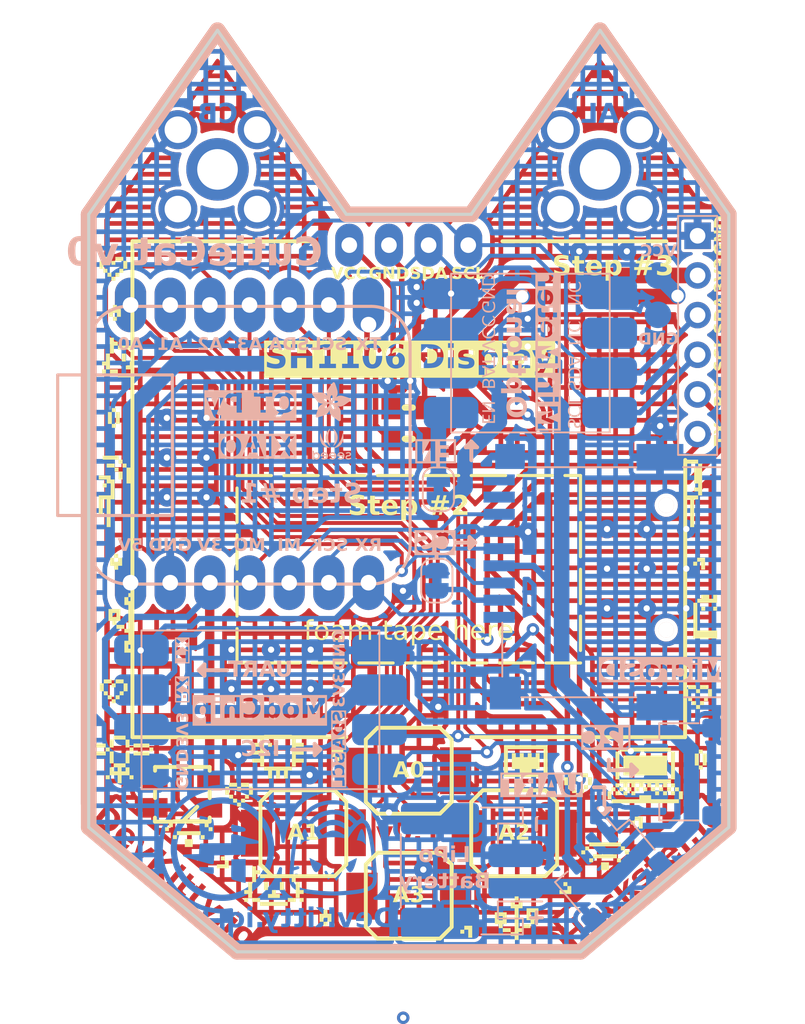
<source format=kicad_pcb>
(kicad_pcb (version 20221018) (generator pcbnew)
  (layers (0 "F.Cu" signal) (31 "B.Cu" signal) (34 "B.Paste" user) (35 "F.Paste" user) (36 "B.SilkS" user "B.Silkscreen") (37 "F.SilkS" user "F.Silkscreen") (38 "B.Mask" user) (39 "F.Mask" user) (44 "Edge.Cuts" user))
  (net 0 "")
  (net 1 "SDA")
  (net 2 "SCL")
  (net 3 "GND")
  (net 4 "+3V3")
  (net 7 "VBAT")
  (net 8 "Net-(JP2-B)")
  (net 9 "Net-(JP1-B)")
  (net 10 "UP_BTN")
  (net 11 "DN_BTN")
  (net 12 "LT_BTN")
  (net 13 "RT_BTN")
  (net 14 "MCU_TX")
  (net 15 "SCK")
  (net 16 "MISO")
  (net 17 "MOSI")
  (net 18 "VCC")
  (net 19 "MCU_RX")
  (net 24 "Net-(U2-VCC)")
  (net 25 "Net-(U2-GND)")
  (footprint "LOGO" (layer "F.Cu") (at -8.375 16.1)
    (fp_text reference "G***" hide)
    (fp_text value "LOGO" hide)
  )
  (footprint "LOGO" (layer "F.Cu") (at 15.146 17.299)
    (fp_text reference "G***" hide)
    (fp_text value "LOGO" hide)
  )
  (footprint "LOGO" (layer "F.Cu") (at 7.493 16.383)
    (fp_text reference "G***" hide)
    (fp_text value "LOGO" hide)
  )
  (footprint "LOGO" (layer "F.Cu") (at -5.334 26.416)
    (fp_text reference "G***" hide)
    (fp_text value "LOGO" hide)
  )
  (footprint "LOGO" (layer "F.Cu") (at -18.47 7.535)
    (fp_text reference "G***" hide)
    (fp_text value "LOGO" hide)
  )
  (footprint "LOGO" (layer "F.Cu") (at -18.52 16.275)
    (fp_text reference "G***" hide)
    (fp_text value "LOGO" hide)
  )
  (footprint "LOGO" (layer "F.Cu") (at -18.92 -15.135)
    (fp_text reference "G***" hide)
    (fp_text value "LOGO" hide)
  )
  (footprint "Wardriver-Footprints:Smol" (layer "F.Cu") (at 6.75 21 180)
    (fp_text reference "SW4" hide)
    (fp_text value "Right")
  )
  (footprint "LOGO" (layer "F.Cu") (at -14.09 20.995)
    (fp_text reference "G***" hide)
    (fp_text value "LOGO" hide)
  )
  (footprint "LOGO" (layer "F.Cu") (at -18.82 -12.315)
    (fp_text reference "G***" hide)
    (fp_text value "LOGO" hide)
  )
  (footprint "LOGO" (layer "F.Cu") (at -17.7425 -9.455)
    (fp_text reference "G***" hide)
    (fp_text value "LOGO" hide)
  )
  (footprint "LOGO" (layer "F.Cu") (at 18.702 16.283)
    (fp_text reference "G***" hide)
    (fp_text value "LOGO" hide)
  )
  (footprint "LOGO" (layer "F.Cu") (at 18.53 12.285)
    (fp_text reference "G***" hide)
    (fp_text value "LOGO" hide)
  )
  (footprint "Wardriver-Footprints:Smol" (layer "F.Cu") (at 0 25 180)
    (fp_text reference "SW2" hide)
    (fp_text value "Down")
  )
  (footprint "LOGO" (layer "F.Cu") (at -18.74 3.625 180)
    (fp_text reference "G***" hide)
    (fp_text value "LOGO" hide)
  )
  (footprint "LOGO" (layer "F.Cu") (at 10.033 24.511)
    (fp_text reference "G***" hide)
    (fp_text value "LOGO" hide)
  )
  (footprint "LOGO" (layer "F.Cu") (at -18.84 -0.885)
    (fp_text reference "G***" hide)
    (fp_text value "LOGO" hide)
  )
  (footprint "LOGO" (layer "F.Cu") (at 6.9088 26.4414)
    (fp_text reference "G***" hide)
    (fp_text value "LOGO" hide)
  )
  (footprint "clipboard:4c8db4ee-6549-4df2-843f-e4db1e68e004" (layer "F.Cu") (at 21.95 -15.915)
    (fp_text reference "")
    (fp_text value "")
  )
  (footprint "LOGO" (layer "F.Cu") (at 12.573 22.479)
    (fp_text reference "G***" hide)
    (fp_text value "LOGO" hide)
  )
  (footprint "LOGO" (layer "F.Cu") (at -4.572 16.002 180)
    (fp_text reference "G***" hide)
    (fp_text value "LOGO" hide)
  )
  (footprint "Jumper:SolderJumper-2_P1.3mm_Bridged_Pad1.0x1.5mm" (layer "F.Cu") (at 0 -5.25 90)
    (fp_text reference "U6" hide)
    (fp_text value "~")
  )
  (footprint "LOGO" (layer "F.Cu") (at -18.9 11.915)
    (fp_text reference "G***" hide)
    (fp_text value "LOGO" hide)
  )
  (footprint "LOGO" (layer "F.Cu") (at 18.6 3.745 90)
    (fp_text reference "G***" hide)
    (fp_text value "LOGO" hide)
  )
  (footprint "LOGO" (layer "F.Cu") (at 10.84 17.925)
    (fp_text reference "G***" hide)
    (fp_text value "LOGO" hide)
  )
  (footprint "LED_SMD:LED_SK6812MINI_PLCC4_3.5x3.5mm_P1.75mm" (layer "F.Cu") (at -14.5 18.5)
    (fp_text reference "D1" hide)
    (fp_text value "SK6812MINI")
  )
  (footprint "Nugget-Modules:SH1106" (layer "F.Cu") (at 0 -1.9)
    (fp_text reference "U2" hide)
    (fp_text value "SH1106 OLED")
  )
  (footprint "LOGO" (layer "F.Cu") (at -10.87 18.535)
    (fp_text reference "G***" hide)
    (fp_text value "LOGO" hide)
  )
  (footprint "LOGO" (layer "F.Cu") (at 3.683 27.305 90)
    (fp_text reference "G***" hide)
    (fp_text value "LOGO" hide)
  )
  (footprint "Wardriver-Footprints:Smol" (layer "F.Cu") (at 0 17 180)
    (fp_text reference "SW1" hide)
    (fp_text value "Up")
  )
  (footprint "LOGO" (layer "F.Cu") (at -18.89 -5.585)
    (fp_text reference "G***" hide)
    (fp_text value "LOGO" hide)
  )
  (footprint "LOGO" (layer "F.Cu") (at 14.605 20.32 90)
    (fp_text reference "G***" hide)
    (fp_text value "LOGO" hide)
  )
  (footprint "Wardriver-Footprints:Smol" (layer "F.Cu") (at -6.75 21)
    (fp_text reference "SW3" hide)
    (fp_text value "Left")
  )
  (footprint "LOGO" (layer "F.Cu") (at 18.99 7.135)
    (fp_text reference "G***" hide)
    (fp_text value "LOGO" hide)
  )
  (footprint "LOGO" (layer "F.Cu") (at -11.91 22.865)
    (fp_text reference "G***" hide)
    (fp_text value "LOGO" hide)
  )
  (footprint "LOGO" (layer "F.Cu") (at 17.9005 -0.755)
    (fp_text reference "G***" hide)
    (fp_text value "LOGO" hide)
  )
  (footprint "LOGO" (layer "F.Cu") (at -8.636 24.384)
    (fp_text reference "G***" hide)
    (fp_text value "LOGO" hide)
  )
  (footprint "Connector_JST:JST_SH_SM04B-SRSS-TB_1x04-1MP_P1.00mm_Horizontal" (layer "B.Cu") (at 12.9 23.5 -140)
    (fp_text reference "J4" hide)
    (fp_text value "Conn_01x04_MountingPin" hide)
  )
  (footprint "Jumper:SolderJumper-2_P1.3mm_Bridged_RoundedPad1.0x1.5mm" (layer "B.Cu") (at 1.8 4.835 -90)
    (fp_text reference "JP1" hide)
    (fp_text value "Jumper")
  )
  (footprint "LOGO" (layer "B.Cu") (at -11.930953 22.018641 180)
    (fp_text reference "G***" hide)
    (fp_text value "LOGO" hide)
  )
  (footprint "Connector_JST:JST_SH_SM04B-SRSS-TB_1x04-1MP_P1.00mm_Horizontal" (layer "B.Cu") (at 17.83 17.07 -90)
    (fp_text reference "J5" hide)
    (fp_text value "Conn_01x04_MountingPin" hide)
  )
  (footprint "Wardriver-Footprints:MOUDLE14P-SMD-2.54-21X17.8MM" (layer "B.Cu") (at -10.2 -3.84 90)
    (fp_text reference "U1" hide)
    (fp_text value "~" hide)
  )
  (footprint "Connector_PinSocket_2.54mm:PinSocket_1x06_P2.54mm_Vertical" (layer "B.Cu") (at 18.5 -17.25 180)
    (fp_text reference "J1" hide)
    (fp_text value "Header" hide)
  )
  (footprint "clipboard:f961fc29-c949-4d2d-849c-141f9608b811" (layer "B.Cu") (at 4.9 0.14 90)
    (fp_text reference "")
    (fp_text value "")
  )
  (footprint "Jumper:SolderJumper-2_P1.3mm_Bridged_RoundedPad1.0x1.5mm" (layer "B.Cu") (at 1.8996 -1.0142 90)
    (fp_text reference "JP2" hide)
    (fp_text value "Jumper")
  )
  (footprint "Connector_Coaxial:SMA_Amphenol_901-144_Vertical" (layer "B.Cu") (at 12.25 -21.5 180)
    (fp_text reference "AE1" hide)
    (fp_text value "Antenna_Shield")
  )
  (footprint "DevKitty-ModChip:DevKitty-ModChip" (layer "B.Cu") (at -9.5 13.1 180)
    (fp_text reference "U4" hide)
    (fp_text value "~")
  )
  (footprint "Connector_JST:JST_PH_S2B-PH-SM4-TB_1x02-1MP_P2.00mm_Horizontal" (layer "B.Cu") (at 4 23.42 90)
    (fp_text reference "J2" hide)
    (fp_text value "LiPo")
  )
  (footprint "PicoCharge:MiniMeter" (layer "B.Cu") (at 7.79 -9.74 -90)
    (fp_text reference "U3" hide)
    (fp_text value "~")
  )
  (footprint "Wardriver-Footprints:MicroSD" (layer "B.Cu") (at 5.99 4.93 -90)
    (fp_text reference "U5" hide)
    (fp_text value "MicroSD Card" hide)
  )
  (footprint "LOGO" (layer "B.Cu") (at -11.930953 22.018641 180)
    (fp_text reference "G***" hide)
    (fp_text value "LOGO" hide)
  )
  (footprint "Connector_Coaxial:SMA_Amphenol_901-144_Vertical" (layer "B.Cu") (at -12.25 -21.5 180)
    (fp_text reference "AE2" hide)
    (fp_text value "Antenna_Shield")
  )
  (footprint "LOGO" (layer "B.Cu") (at -4.84 21.94 180)
    (fp_text reference "Gf" hide)
    (fp_text value "LOGO" hide)
  )
  (gr_line (start 20.5 19.1232) (end 20.5 -2.12317) (stroke (width 1)) (layer "F.Cu"))
  (gr_line (start 12.25 -30.4054) (end 19.3528 -20.2615) (stroke (width 1)) (layer "F.Cu"))
  (gr_line (start -20.5 19.1232) (end -20.5 -18.6232) (stroke (width 1)) (layer "F.Cu"))
  (gr_line (start -12.25 -30.4054) (end -4 -18.6232) (stroke (width 1)) (layer "F.Cu"))
  (gr_line (start -12.25 -30.4054) (end -20.5 -18.6232) (stroke (width 1)) (layer "F.Cu"))
  (gr_line (start 4 -18.6232) (end 12.25 -30.4054) (stroke (width 1)) (layer "F.Cu"))
  (gr_line (start -9 28.5946) (end 9 28.5946) (stroke (width 1)) (layer "F.Cu"))
  (gr_circle (center -11.930953 22.018641) (end -8.813919 22.018641) (stroke (width 0.4)) (fill none) (layer "B.Cu"))
  (gr_line (start 1.8796 -2.7042) (end 1.8796 -2.4892) (stroke (width 0.25)) (layer "B.SilkS"))
  (gr_line (start 11 28.5946) (end -11 28.5946) (stroke (width 1)) (layer "B.SilkS"))
  (gr_line (start 3.6482 -3.7084) (end 4.3782 -3.7084) (stroke (width 0.25)) (layer "B.SilkS"))
  (gr_line (start 14.25 16.605) (end 14.62 16.965) (stroke (width 0.25)) (layer "B.SilkS"))
  (gr_line (start -20.5 -18.6232) (end -20.5 20.6232) (stroke (width 1)) (layer "B.SilkS"))
  (gr_line (start 20.5 20.6232) (end 11 28.5946) (stroke (width 1)) (layer "B.SilkS"))
  (gr_line (start 12.17 19.41) (end 12.9 19.41) (stroke (width 0.25)) (layer "B.SilkS"))
  (gr_line (start 1.78 3.145) (end 1.78 3.36) (stroke (width 0.25)) (layer "B.SilkS"))
  (gr_line (start 12.81 16.295) (end 12.81 16.965) (stroke (width 0.25)) (layer "B.SilkS"))
  (gr_line (start 20.5 -18.6232) (end 20.5 20.6232) (stroke (width 1)) (layer "B.SilkS"))
  (gr_line (start 14.25 16.605) (end 14.25 17.335) (stroke (width 0.25)) (layer "B.SilkS"))
  (gr_line (start 3.885 2.035) (end 3.885 2.765) (stroke (width 0.25)) (layer "B.SilkS"))
  (gr_line (start 12.81 16.965) (end 14.62 16.965) (stroke (width 0.25)) (layer "B.SilkS"))
  (gr_line (start 3.885 2.035) (end 4.255 2.395) (stroke (width 0.25)) (layer "B.SilkS"))
  (gr_line (start 4 -18.6232) (end 12.25 -30.4054) (stroke (width 1)) (layer "B.SilkS"))
  (gr_line (start -20.5 -18.6232) (end -12.25 -30.4054) (stroke (width 1)) (layer "B.SilkS"))
  (gr_line (start 4.0082 -4.0784) (end 4.3782 -3.7084) (stroke (width 0.25)) (layer "B.SilkS"))
  (gr_line (start 12.53 18.06) (end 12.53 19.78) (stroke (width 0.25)) (layer "B.SilkS"))
  (gr_line (start 4.255 2.395) (end 3.885 2.765) (stroke (width 0.25)) (layer "B.SilkS"))
  (gr_line (start 12.53 19.78) (end 12.9 19.41) (stroke (width 0.25)) (layer "B.SilkS"))
  (gr_line (start 12.17 19.41) (end 12.53 19.78) (stroke (width 0.25)) (layer "B.SilkS"))
  (gr_line (start 4.0082 -2.8784) (end 4.0082 -4.0784) (stroke (width 0.25)) (layer "B.SilkS"))
  (gr_line (start 11.86 18.06) (end 12.53 18.06) (stroke (width 0.25)) (layer "B.SilkS"))
  (gr_line (start -12.25 -30.4054) (end -4 -18.6232) (stroke (width 1)) (layer "B.SilkS"))
  (gr_line (start 14.62 16.965) (end 14.25 17.335) (stroke (width 0.25)) (layer "B.SilkS"))
  (gr_line (start -4 -18.6232) (end 4 -18.6232) (stroke (width 1)) (layer "B.SilkS"))
  (gr_line (start -11 28.5946) (end -20.5 20.6232) (stroke (width 1)) (layer "B.SilkS"))
  (gr_line (start 3.6482 -3.7084) (end 4.0082 -4.0784) (stroke (width 0.25)) (layer "B.SilkS"))
  (gr_line (start 12.25 -30.4054) (end 20.5 -18.6232) (stroke (width 1)) (layer "B.SilkS"))
  (gr_line (start 3.055 2.395) (end 4.255 2.395) (stroke (width 0.25)) (layer "B.SilkS"))
  (gr_line (start -20.5 -18.6232) (end -20.5 20.6232) (stroke (width 0.2)) (layer "Edge.Cuts"))
  (gr_line (start 20.5 20.6232) (end 11 28.5946) (stroke (width 0.2)) (layer "Edge.Cuts"))
  (gr_line (start 20.5 -18.6232) (end 20.5 20.6232) (stroke (width 0.2)) (layer "Edge.Cuts"))
  (gr_line (start 4 -18.6232) (end 12.25 -30.4054) (stroke (width 0.2)) (layer "Edge.Cuts"))
  (gr_line (start 11 28.5946) (end -11 28.5946) (stroke (width 0.2)) (layer "Edge.Cuts"))
  (gr_line (start -4 -18.6232) (end 4 -18.6232) (stroke (width 0.2)) (layer "Edge.Cuts"))
  (gr_line (start -12.25 -30.4054) (end -4 -18.6232) (stroke (width 0.2)) (layer "Edge.Cuts"))
  (gr_line (start -20.5 -18.6232) (end -12.25 -30.4054) (stroke (width 0.2)) (layer "Edge.Cuts"))
  (gr_line (start -11 28.5946) (end -20.5 20.6232) (stroke (width 0.2)) (layer "Edge.Cuts"))
  (gr_line (start 12.25 -30.4054) (end 20.5 -18.6232) (stroke (width 0.2)) (layer "Edge.Cuts"))
  (gr_text "Hackster.io" (at 15.02 23.76 40) (layer "F.Cu") (effects (font (size 1.5 1.5) (thickness 0.2) bold)))
  (gr_text "v0.1" (at 0 21) (layer "F.Cu") (effects (font (size 1.25 1.25) (thickness 0.2) bold)))
  (gr_text "DevKitty.io" (at -15.02 23.83 320) (layer "F.Cu") (effects (font (size 1.5 1.5) (thickness 0.2) bold)))
  (gr_text "DevKitty.io" (at -6.25 26.5) (layer "B.Cu") (effects (font (size 1.25 1.25) (thickness 0.25) bold) (justify mirror)))
  (gr_text "AL" (at 12.25 -25) (layer "B.Cu") (effects (font (size 1.25 1.25) (thickness 0.25) bold) (justify mirror)))
  (gr_text "CB" (at -12.25 -25) (layer "B.Cu") (effects (font (size 1.25 1.25) (thickness 0.25) bold) (justify mirror)))
  (gr_text "CS" (at 2.95 2.515) (layer "B.SilkS" knockout) (effects (font (size 1.25 1.25) (thickness 0.25) bold) (justify left mirror)))
  (gr_text "CutieCat v0" (at -5.51 -15.055) (layer "B.SilkS") (effects (font (size 1.8 1.8) (thickness 0.2) bold) (justify left bottom mirror)))
  (gr_text "GND" (at 16 -10.6) (layer "B.SilkS") (effects (font (size 0.75 0.75) (thickness 0.1875) bold) (justify mirror)))
  (gr_text "I2C" (at 14.224 14.986) (layer "B.SilkS" knockout) (effects (font (size 1.25 1.25) (thickness 0.25) bold) (justify left mirror)))
  (gr_text "LiPo\nBattery" (at 2.29 23.27) (layer "B.SilkS") (effects (font (size 1 1) (thickness 0.25) bold) (justify mirror)))
  (gr_text "VCC" (at 16 -16.25) (layer "B.SilkS") (effects (font (size 0.75 0.75) (thickness 0.1875) bold) (justify mirror)))
  (gr_text "UART" (at 11.176 18.01) (layer "B.SilkS" knockout) (effects (font (size 1.25 1.25) (thickness 0.25) bold) (justify left mirror)))
  (gr_text "EN" (at 3.0496 -3.3342) (layer "B.SilkS" knockout) (effects (font (size 1.25 1.25) (thickness 0.25) bold) (justify left mirror)))
  (via (at -0.3556 32.8168) (size 0.8) (drill 0.4) (layers "F.Cu" "B.Cu") (net 0))
  (segment (start 3.17 14.77) (end 3.17 0.536396) (width 0.25) (layer "F.Cu") (net 1))
  (segment (start 3.16 14.78) (end 3.17 14.77) (width 0.25) (layer "F.Cu") (net 1))
  (segment (start -7.66 -12.06) (end -7.66 -12.82) (width 0.25) (layer "F.Cu") (net 1))
  (segment (start -5.57 -2.87) (end -5.57 -9.97) (width 0.25) (layer "F.Cu") (net 1))
  (segment (start -3.7 -1) (end -5.57 -2.87) (width 0.25) (layer "F.Cu") (net 1))
  (segment (start -5.57 -9.97) (end -7.66 -12.06) (width 0.25) (layer "F.Cu") (net 1))
  (segment (start 1.633604 -1) (end -3.7 -1) (width 0.25) (layer "F.Cu") (net 1))
  (segment (start 3.17 0.536396) (end 1.633604 -1) (width 0.25) (layer "F.Cu") (net 1))
  (via (at 3.16 14.78) (size 0.8) (drill 0.4) (layers "F.Cu" "B.Cu") (net 1))
  (segment (start 12.493274 -8.47) (end 12.87 -8.47) (width 0.25) (layer "B.Cu") (net 1))
  (segment (start -6.09 -18.225) (end 2.235 -18.225) (width 0.25) (layer "B.Cu") (net 1))
  (segment (start 10.066 -14.969) (end 10.066 -10.897274) (width 0.25) (layer "B.Cu") (net 1))
  (segment (start 14.8 -8.47) (end 18.5 -12.17) (width 0.35) (layer "B.Cu") (net 1))
  (segment (start 10.066 -10.897274) (end 12.493274 -8.47) (width 0.25) (layer "B.Cu") (net 1))
  (segment (start 13.58 17.57) (end 15.83 17.57) (width 0.25) (layer "B.Cu") (net 1))
  (segment (start -7.66 -12.82) (end -7.66 -16.655) (width 0.25) (layer "B.Cu") (net 1))
  (segment (start 8.385 -16.65) (end 10.066 -14.969) (width 0.25) (layer "B.Cu") (net 1))
  (segment (start 3.16 14.78) (end 10.79 14.78) (width 0.25) (layer "B.Cu") (net 1))
  (segment (start 3.16 14.78) (end -1.47 14.78) (width 0.25) (layer "B.Cu") (net 1))
  (segment (start 3.81 -16.65) (end 8.385 -16.65) (width 0.25) (layer "B.Cu") (net 1))
  (segment (start 10.79 14.78) (end 13.58 17.57) (width 0.25) (layer "B.Cu") (net 1))
  (segment (start 2.235 -18.225) (end 3.81 -16.65) (width 0.25) (layer "B.Cu") (net 1))
  (segment (start -1.47 14.78) (end -1.88 14.37) (width 0.25) (layer "B.Cu") (net 1))
  (segment (start 12.87 -8.47) (end 14.8 -8.47) (width 0.35) (layer "B.Cu") (net 1))
  (segment (start -7.66 -16.655) (end -6.09 -18.225) (width 0.25) (layer "B.Cu") (net 1))
  (segment (start 3.62 14.214695) (end 5 15.594695) (width 0.25) (layer "F.Cu") (net 2))
  (segment (start -5.12 -3.056396) (end -3.513604 -1.45) (width 0.25) (layer "F.Cu") (net 2))
  (segment (start -3.513604 -1.45) (end 1.82 -1.45) (width 0.25) (layer "F.Cu") (net 2))
  (segment (start 1.82 -1.45) (end 3.62 0.35) (width 0.25) (layer "F.Cu") (net 2))
  (segment (start 3.62 0.35) (end 3.62 14.214695) (width 0.25) (layer "F.Cu") (net 2))
  (segment (start -5.12 -12.82) (end -5.12 -3.056396) (width 0.25) (layer "F.Cu") (net 2))
  (segment (start 5 15.594695) (end 5 15.81) (width 0.25) (layer "F.Cu") (net 2))
  (via (at 5 15.81) (size 0.8) (drill 0.4) (layers "F.Cu" "B.Cu") (net 2))
  (segment (start 10.603604 15.23) (end 13.943604 18.57) (width 0.25) (layer "B.Cu") (net 2))
  (segment (start 14.8 -5.93) (end 18.5 -9.63) (width 0.35) (layer "B.Cu") (net 2))
  (segment (start 0.19 15.81) (end -0.91 16.91) (width 0.25) (layer "B.Cu") (net 2))
  (segment (start -0.91 16.91) (end -1.88 16.91) (width 0.25) (layer "B.Cu") (net 2))
  (segment (start 2.845 -15.075) (end 4.317412 -15.075) (width 0.25) (layer "B.Cu") (net 2))
  (segment (start 9.37 -14.645) (end 9.37 -10.605) (width 0.25) (layer "B.Cu") (net 2))
  (segment (start -3.735 -14.955) (end -0.425 -14.955) (width 0.25) (layer "B.Cu") (net 2))
  (segment (start 10.46 -9.515) (end 10.46 -7.595) (width 0.25) (layer "B.Cu") (net 2))
  (segment (start -5.12 -12.82) (end -5.12 -13.57) (width 0.25) (layer "B.Cu") (net 2))
  (segment (start 4.317412 -15.075) (end 5.217412 -15.975) (width 0.25) (layer "B.Cu") (net 2))
  (segment (start 13.943604 18.57) (end 15.83 18.57) (width 0.25) (layer "B.Cu") (net 2))
  (segment (start 5 15.81) (end 0.19 15.81) (width 0.25) (layer "B.Cu") (net 2))
  (segment (start -5.12 -13.57) (end -3.735 -14.955) (width 0.25) (layer "B.Cu") (net 2))
  (segment (start 1.27 -16.65) (end 2.845 -15.075) (width 0.25) (layer "B.Cu") (net 2))
  (segment (start 5.217412 -15.975) (end 8.04 -15.975) (width 0.25) (layer "B.Cu") (net 2))
  (segment (start 5 15.81) (end 5.58 15.23) (width 0.25) (layer "B.Cu") (net 2))
  (segment (start -0.425 -14.955) (end 1.27 -16.65) (width 0.25) (layer "B.Cu") (net 2))
  (segment (start 9.37 -10.605) (end 10.46 -9.515) (width 0.25) (layer "B.Cu") (net 2))
  (segment (start 12.87 -5.93) (end 14.8 -5.93) (width 0.35) (layer "B.Cu") (net 2))
  (segment (start 5.58 15.23) (end 10.603604 15.23) (width 0.25) (layer "B.Cu") (net 2))
  (segment (start 10.46 -7.595) (end 12.125 -5.93) (width 0.25) (layer "B.Cu") (net 2))
  (segment (start 12.125 -5.93) (end 12.87 -5.93) (width 0.25) (layer "B.Cu") (net 2))
  (segment (start 8.04 -15.975) (end 9.37 -14.645) (width 0.25) (layer "B.Cu") (net 2))
  (via (at 13.97 -16.256) (size 0.8) (drill 0.4) (layers "F.Cu" "B.Cu") (net 3))
  (via (at 1.89 12.91) (size 0.8) (drill 0.4) (layers "F.Cu" "B.Cu") (net 3))
  (via (at 0.089595 -7.959095) (size 0.8) (drill 0.4) (layers "F.Cu" "B.Cu") (net 3))
  (via (at 17.78 1.524) (size 0.8) (drill 0.4) (layers "F.Cu" "B.Cu") (net 3))
  (via (at -15.494 -5.588) (size 0.8) (drill 0.4) (layers "F.Cu" "B.Cu") (net 3))
  (via (at 17.78 6.604) (size 0.8) (drill 0.4) (layers "F.Cu" "B.Cu") (net 3))
  (via (at 15.24 4.064) (size 0.8) (drill 0.4) (layers "F.Cu" "B.Cu") (net 3))
  (via (at 15.24 6.604) (size 0.8) (drill 0.4) (layers "F.Cu" "B.Cu") (net 3))
  (via (at 0.93 23.33) (size 0.8) (drill 0.4) (layers "F.Cu" "B.Cu") (net 3))
  (via (at -11.36 9.25) (size 0.8) (drill 0.4) (layers "F.Cu" "B.Cu") (net 3))
  (via (at 10.922 -16.256) (size 0.8) (drill 0.4) (layers "F.Cu" "B.Cu") (net 3))
  (via (at 0.508 -13.97) (size 0.8) (drill 0.4) (layers "F.Cu" "B.Cu") (net 3))
  (via (at -8.82 9.25) (size 0.8) (drill 0.4) (layers "F.Cu" "B.Cu") (net 3))
  (via (at -1.27 19.672695) (size 0.8) (drill 0.4) (layers "F.Cu" "B.Cu") (net 3))
  (via (at 7.64 1.71) (size 0.8) (drill 0.4) (layers "F.Cu" "B.Cu") (net 3))
  (via (at -12.954 -5.588) (size 0.8) (drill 0.4) (layers "F.Cu" "B.Cu") (net 3))
  (via (at -10.922 16.002) (size 0.8) (drill 0.4) (layers "F.Cu" "B.Cu") (net 3))
  (via (at -6.28 11.77) (size 0.8) (drill 0.4) (layers "F.Cu" "B.Cu") (net 3))
  (via (at 16.1 -5.07) (size 0.8) (drill 0.4) (layers "F.Cu" "B.Cu") (net 3))
  (via (at -15.494 -0.508) (size 0.8) (drill 0.4) (layers "F.Cu" "B.Cu") (net 3))
  (via (at -8.82 11.77) (size 0.8) (drill 0.4) (layers "F.Cu" "B.Cu") (net 3))
  (via (at -6.28 9.25) (size 0.8) (drill 0.4) (layers "F.Cu" "B.Cu") (net 3))
  (via (at -11.36 11.77) (size 0.8) (drill 0.4) (layers "F.Cu" "B.Cu") (net 3))
  (via (at 7.62 -10.16) (size 0.8) (drill 0.4) (layers "F.Cu" "B.Cu") (net 3))
  (via (at 0.508 -12.954) (size 0.8) (drill 0.4) (layers "F.Cu" "B.Cu") (net 3))
  (via (at 12.7 4.064) (size 0.8) (drill 0.4) (layers "F.Cu" "B.Cu") (net 3))
  (via (at -1.3505 -7.9605) (size 0.8) (drill 0.4) (layers "F.Cu" "B.Cu") (net 3))
  (via (at 12.7 6.604) (size 0.8) (drill 0.4) (layers "F.Cu" "B.Cu") (net 3))
  (via (at 12.34 19.45) (size 0.8) (drill 0.4) (layers "F.Cu" "B.Cu") (net 3))
  (via (at -12.954 -3.048) (size 0.8) (drill 0.4) (layers "F.Cu" "B.Cu") (net 3))
  (via (at -15.494 -3.048) (size 0.8) (drill 0.4) (layers "F.Cu" "B.Cu") (net 3))
  (via (at -0.37 5.48) (size 0.8) (drill 0.4) (layers "F.Cu" "B.Cu") (net 3))
  (via (at 12.7 1.524) (size 0.8) (drill 0.4) (layers "F.Cu" "B.Cu") (net 3))
  (via (at 17.78 4.064) (size 0.8) (drill 0.4) (layers "F.Cu" "B.Cu") (net 3))
  (via (at 7.62 -11.938) (size 0.8) (drill 0.4) (layers "F.Cu" "B.Cu") (net 3))
  (via (at 14.224 15.748) (size 0.8) (drill 0.4) (layers "F.Cu" "B.Cu") (net 3))
  (via (at -6.35 17.272) (size 0.8) (drill 0.4) (layers "F.Cu" "B.Cu") (net 3))
  (via (at -12.954 -0.508) (size 0.8) (drill 0.4) (layers "F.Cu" "B.Cu") (net 3))
  (via (at 2.71 -13.55) (size 0.8) (drill 0.4) (layers "F.Cu" "B.Cu") (net 3))
  (via (at 15.24 1.524) (size 0.8) (drill 0.4) (layers "F.Cu" "B.Cu") (net 3))
  (segment (start 14.402 15.57) (end 14.224 15.748) (width 0.4) (layer "B.Cu") (net 3))
  (segment (start 15.83 15.57) (end 14.402 15.57) (width 0.4) (layer "B.Cu") (net 3))
  (segment (start 1.67 -4.25) (end 3.33 -5.91) (width 1) (layer "F.Cu") (net 4))
  (segment (start -12.75 4.97) (end -12.74 4.96) (width 0.6) (layer "F.Cu") (net 4))
  (segment (start -12.75 14.355) (end -12.75 4.97) (width 0.6) (layer "F.Cu") (net 4))
  (segment (start 7.61 -5.8) (end 4.99 -5.8) (width 0.6) (layer "F.Cu") (net 4))
  (segment (start -12.75 14.355) (end -12.75 17.625) (width 0.6) (layer "F.Cu") (net 4))
  (segment (start 3.33 -11.18) (end 6.86 -14.71) (width 1) (layer "F.Cu") (net 4))
  (segment (start 4.99 -5.8) (end 3.33 -7.46) (width 0.6) (layer "F.Cu") (net 4))
  (segment (start 6.86 -14.71) (end 18.5 -14.71) (width 1) (layer "F.Cu") (net 4))
  (segment (start 3.33 -5.91) (end 3.33 -11.18) (width 1) (layer "F.Cu") (net 4))
  (segment (start 1 -4.09) (end 1 -4.25) (width 1) (layer "F.Cu") (net 4))
  (segment (start 1 -4.25) (end 1.67 -4.25) (width 1) (layer "F.Cu") (net 4))
  (via (at 7.61 -5.8) (size 0.8) (drill 0.4) (layers "F.Cu" "B.Cu") (net 4))
  (segment (start -17.97 14.37) (end -19.45 12.89) (width 0.4) (layer "B.Cu") (net 4))
  (segment (start 5.79 3.88) (end 7.9948 3.88) (width 0.4) (layer "B.Cu") (net 4))
  (segment (start -14.18 7.15) (end -12.74 5.71) (width 0.4) (layer "B.Cu") (net 4))
  (segment (start 16.682817 20.53) (end 17.205 20.007817) (width 0.4) (layer "B.Cu") (net 4))
  (segment (start 11.997447 21.646517) (end 12.497618 22.146688) (width 0.4) (layer "B.Cu") (net 4))
  (segment (start 8.89 11.612792) (end 11.135404 13.858196) (width 0.4) (layer "B.Cu") (net 4))
  (segment (start 7.9948 3.88) (end 8.89 4.7752) (width 0.4) (layer "B.Cu") (net 4))
  (segment (start 11.122208 13.845) (end 13.847208 16.57) (width 0.4) (layer "B.Cu") (net 4))
  (segment (start -19.45 8.597208) (end -18.002792 7.15) (width 0.4) (layer "B.Cu") (net 4))
  (segment (start 8.89 4.7752) (end 8.89 -4.52) (width 0.4) (layer "B.Cu") (net 4))
  (segment (start -1.88 11.83) (end -0.9716 11.83) (width 0.4) (layer "B.Cu") (net 4))
  (segment (start 1.0434 13.845) (end 11.122208 13.845) (width 0.4) (layer "B.Cu") (net 4))
  (segment (start -17.12 14.37) (end -17.97 14.37) (width 0.4) (layer "B.Cu") (net 4))
  (segment (start -5.68 14.37) (end -3.14 11.83) (width 1) (layer "B.Cu") (net 4))
  (segment (start 13.847208 16.57) (end 15.83 16.57) (width 0.4) (layer "B.Cu") (net 4))
  (segment (start -0.9716 11.83) (end 1.0434 13.845) (width 0.4) (layer "B.Cu") (net 4))
  (segment (start -12.74 5.71) (end -12.74 4.96) (width 0.4) (layer "B.Cu") (net 4))
  (segment (start 15.05 20.53) (end 16.682817 20.53) (width 0.4) (layer "B.Cu") (net 4))
  (segment (start -3.14 11.83) (end -1.88 11.83) (width 1) (layer "B.Cu") (net 4))
  (segment (start 13.433312 22.146688) (end 15.05 20.53) (width 0.4) (layer "B.Cu") (net 4))
  (segment (start 7.61 -5.8) (end 7.62 -5.79) (width 0.4) (layer "B.Cu") (net 4))
  (segment (start -19.45 12.89) (end -19.45 8.597208) (width 0.4) (layer "B.Cu") (net 4))
  (segment (start 17.205 17.392183) (end 16.382817 16.57) (width 0.4) (layer "B.Cu") (net 4))
  (segment (start 16.382817 16.57) (end 15.83 16.57) (width 0.4) (layer "B.Cu") (net 4))
  (segment (start 12.497618 22.146688) (end 13.433312 22.146688) (width 0.4) (layer "B.Cu") (net 4))
  (segment (start -17.12 14.37) (end -5.68 14.37) (width 1) (layer "B.Cu") (net 4))
  (segment (start 8.89 4.7752) (end 8.89 11.612792) (width 0.4) (layer "B.Cu") (net 4))
  (segment (start 17.205 20.007817) (end 17.205 17.392183) (width 0.4) (layer "B.Cu") (net 4))
  (segment (start -18.002792 7.15) (end -14.18 7.15) (width 0.4) (layer "B.Cu") (net 4))
  (segment (start 8.89 -4.52) (end 7.61 -5.8) (width 0.4) (layer "B.Cu") (net 4))
  (segment (start 17.19 21.43) (end 18.105 20.515) (width 1) (layer "B.Cu") (net 7))
  (segment (start 13.12 14.57) (end 9.79 11.24) (width 1) (layer "B.Cu") (net 7))
  (segment (start 2.83955 -0.3642) (end 1.8996 -0.3642) (width 1) (layer "B.Cu") (net 7))
  (segment (start 12.620906 24.42) (end 15.610906 21.43) (width 1) (layer "B.Cu") (net 7))
  (segment (start 6.85 24.42) (end 12.620906 24.42) (width 1) (layer "B.Cu") (net 7))
  (segment (start 18.105 20.515) (end 18.105 15.705) (width 1) (layer "B.Cu") (net 7))
  (segment (start 3.6 -1.12465) (end 2.83955 -0.3642) (width 1) (layer "B.Cu") (net 7))
  (segment (start 7.56 -8.47) (end 5.8 -8.47) (width 1) (layer "B.Cu") (net 7))
  (segment (start 5.8 -8.47) (end 2.71 -8.47) (width 1) (layer "B.Cu") (net 7))
  (segment (start 4.74 -8.47) (end 5.8 -7.41) (width 1) (layer "B.Cu") (net 7))
  (segment (start 16.97 14.57) (end 13.12 14.57) (width 1) (layer "B.Cu") (net 7))
  (segment (start 5.8 -7.41) (end 5.8 -5.34) (width 1) (layer "B.Cu") (net 7))
  (segment (start 9.79 -6.24) (end 7.56 -8.47) (width 1) (layer "B.Cu") (net 7))
  (segment (start 9.79 11.24) (end 9.79 -6.24) (width 1) (layer "B.Cu") (net 7))
  (segment (start 15.610906 21.43) (end 17.19 21.43) (width 1) (layer "B.Cu") (net 7))
  (segment (start 18.105 15.705) (end 16.97 14.57) (width 1) (layer "B.Cu") (net 7))
  (segment (start 5.8 -5.34) (end 3.6 -3.14) (width 1) (layer "B.Cu") (net 7))
  (segment (start 3.6 -3.14) (end 3.6 -1.12465) (width 1) (layer "B.Cu") (net 7))
  (segment (start 1.8996 -1.6642) (end 1.8996 -5.1196) (width 1) (layer "B.Cu") (net 8))
  (segment (start 2.1242 -1.6642) (end 1.8996 -1.6642) (width 1) (layer "B.Cu") (net 8))
  (segment (start 1.8996 -5.1196) (end 2.71 -5.93) (width 1) (layer "B.Cu") (net 8))
  (segment (start 4.22 6.08) (end 5.79 6.08) (width 0.35) (layer "B.Cu") (net 9))
  (segment (start 1.8 5.485) (end 1.885 5.4) (width 0.35) (layer "B.Cu") (net 9))
  (segment (start 3.54 5.4) (end 4.22 6.08) (width 0.35) (layer "B.Cu") (net 9))
  (segment (start 1.885 5.4) (end 3.54 5.4) (width 0.35) (layer "B.Cu") (net 9))
  (segment (start -0.95 8.586396) (end 0.958 6.678396) (width 0.25) (layer "F.Cu") (net 10))
  (segment (start -0.662792 1.59) (end -8.632792 1.59) (width 0.25) (layer "F.Cu") (net 10))
  (segment (start -8.632792 1.59) (end -11.1 -0.877208) (width 0.25) (layer "F.Cu") (net 10))
  (segment (start -12.953604 -9.88) (end -14.963833 -9.88) (width 0.25) (layer "F.Cu") (net 10))
  (segment (start -2.125 13.801396) (end -0.95 12.626396) (width 0.25) (layer "F.Cu") (net 10))
  (segment (start -3 17.03) (end -2.125 16.155) (width 0.25) (layer "F.Cu") (net 10))
  (segment (start -14.963833 -9.88) (end -17.82 -12.736167) (width 0.25) (layer "F.Cu") (net 10))
  (segment (start -2.125 16.155) (end -2.125 13.801396) (width 0.25) (layer "F.Cu") (net 10))
  (segment (start 0.958 6.678396) (end 0.958 3.210792) (width 0.25) (layer "F.Cu") (net 10))
  (segment (start -0.95 12.626396) (end -0.95 8.586396) (width 0.25) (layer "F.Cu") (net 10))
  (segment (start 0.958 3.210792) (end -0.662792 1.59) (width 0.25) (layer "F.Cu") (net 10))
  (segment (start -11.1 -0.877208) (end -11.1 -8.026396) (width 0.25) (layer "F.Cu") (net 10))
  (segment (start -11.1 -8.026396) (end -12.953604 -9.88) (width 0.25) (layer "F.Cu") (net 10))
  (segment (start -17.82 -12.736167) (end -17.82 -12.82) (width 0.25) (layer "F.Cu") (net 10))
  (segment (start -0.5 12.812792) (end -0.5 8.772792) (width 0.25) (layer "F.Cu") (net 11))
  (segment (start -0.5 8.772792) (end 1.408 6.864792) (width 0.25) (layer "F.Cu") (net 11))
  (segment (start -10.65 -1.063604) (end -10.65 -8.212792) (width 0.25) (layer "F.Cu") (net 11))
  (segment (start 1.408 6.864792) (end 1.408 3.024396) (width 0.25) (layer "F.Cu") (net 11))
  (segment (start -10.65 -8.212792) (end -12.767208 -10.33) (width 0.25) (layer "F.Cu") (net 11))
  (segment (start -12.767208 -10.33) (end -14.51 -10.33) (width 0.25) (layer "F.Cu") (net 11))
  (segment (start -1.675 18.855) (end -1.675 13.987792) (width 0.25) (layer "F.Cu") (net 11))
  (segment (start -3 25.03) (end -2.26 25.03) (width 0.25) (layer "F.Cu") (net 11))
  (segment (start -8.446396 1.14) (end -10.65 -1.063604) (width 0.25) (layer "F.Cu") (net 11))
  (segment (start -2.26 19.44) (end -1.675 18.855) (width 0.25) (layer "F.Cu") (net 11))
  (segment (start -14.51 -10.33) (end -15.28 -11.1) (width 0.25) (layer "F.Cu") (net 11))
  (segment (start -2.26 25.03) (end -2.26 19.44) (width 0.25) (layer "F.Cu") (net 11))
  (segment (start 1.408 3.024396) (end -0.476396 1.14) (width 0.25) (layer "F.Cu") (net 11))
  (segment (start -0.476396 1.14) (end -8.446396 1.14) (width 0.25) (layer "F.Cu") (net 11))
  (segment (start -15.28 -11.1) (end -15.28 -12.82) (width 0.25) (layer "F.Cu") (net 11))
  (segment (start -1.675 13.987792) (end -0.5 12.812792) (width 0.25) (layer "F.Cu") (net 11))
  (segment (start -11.55 -0.690812) (end -11.55 -7.84) (width 0.25) (layer "F.Cu") (net 12))
  (segment (start -17.64 -9.43) (end -19.39 -11.18) (width 0.25) (layer "F.Cu") (net 12))
  (segment (start -12.74 -14.56) (end -12.74 -12.82) (width 0.25) (layer "F.Cu") (net 12))
  (segment (start -13.46 -15.28) (end -12.74 -14.56) (width 0.25) (layer "F.Cu") (net 12))
  (segment (start -19.39 -14.2) (end -18.31 -15.28) (width 0.25) (layer "F.Cu") (net 12))
  (segment (start -13.14 -9.43) (end -17.64 -9.43) (width 0.25) (layer "F.Cu") (net 12))
  (segment (start -18.31 -15.28) (end -13.46 -15.28) (width 0.25) (layer "F.Cu") (net 12))
  (segment (start -3.75 20.97) (end -4.325 20.395) (width 0.25) (layer "F.Cu") (net 12))
  (segment (start -8.819188 2.04) (end -11.55 -0.690812) (width 0.25) (layer "F.Cu") (net 12))
  (segment (start -1.4 12.44) (end -1.4 8.4) (width 0.25) (layer "F.Cu") (net 12))
  (segment (start -4.325 20.395) (end -4.325 15.365) (width 0.25) (layer "F.Cu") (net 12))
  (segment (start -1.4 8.4) (end 0.355 6.645) (width 0.25) (layer "F.Cu") (net 12))
  (segment (start -4.325 15.365) (end -1.4 12.44) (width 0.25) (layer "F.Cu") (net 12))
  (segment (start -19.39 -11.18) (end -19.39 -14.2) (width 0.25) (layer "F.Cu") (net 12))
  (segment (start 0.355 3.244188) (end -0.849188 2.04) (width 0.25) (layer "F.Cu") (net 12))
  (segment (start -0.849188 2.04) (end -8.819188 2.04) (width 0.25) (layer "F.Cu") (net 12))
  (segment (start 0.355 6.645) (end 0.355 3.244188) (width 0.25) (layer "F.Cu") (net 12))
  (segment (start -11.55 -7.84) (end -13.14 -9.43) (width 0.25) (layer "F.Cu") (net 12))
  (segment (start -0.05 12.999188) (end -0.05 8.959188) (width 0.25) (layer "F.Cu") (net 13))
  (segment (start 1.858 2.838) (end -0.29 0.69) (width 0.25) (layer "F.Cu") (net 13))
  (segment (start 2.59 19.33) (end 0.026 19.33) (width 0.25) (layer "F.Cu") (net 13))
  (segment (start -8.26 0.69) (end -10.2 -1.25) (width 0.25) (layer "F.Cu") (net 13))
  (segment (start -1.225 14.174188) (end -0.05 12.999188) (width 0.25) (layer "F.Cu") (net 13))
  (segment (start -0.05 8.959188) (end 1.858 7.051188) (width 0.25) (layer "F.Cu") (net 13))
  (segment (start 3.75 20.49) (end 2.59 19.33) (width 0.25) (layer "F.Cu") (net 13))
  (segment (start 1.858 7.051188) (end 1.858 2.838) (width 0.25) (layer "F.Cu") (net 13))
  (segment (start 0.026 19.33) (end -1.225 18.079) (width 0.25) (layer "F.Cu") (net 13))
  (segment (start -1.225 18.079) (end -1.225 14.174188) (width 0.25) (layer "F.Cu") (net 13))
  (segment (start -10.2 -1.25) (end -10.2 -12.82) (width 0.25) (layer "F.Cu") (net 13))
  (segment (start 3.75 21.03) (end 3.75 20.49) (width 0.25) (layer "F.Cu") (net 13))
  (segment (start -0.29 0.69) (end -8.26 0.69) (width 0.25) (layer "F.Cu") (net 13))
  (segment (start -2.675 -3.691) (end -1.524 -2.54) (width 0.35) (layer "F.Cu") (net 14))
  (segment (start 10.16 14.03) (end 10.16 16.7555) (width 0.35) (layer "F.Cu") (net 14))
  (segment (start 10.16 16.7555) (end 10.16 10.16) (width 0.35) (layer "F.Cu") (net 14))
  (segment (start 4.12 1.21) (end 4.12 11.37) (width 0.35) (layer "F.Cu") (net 14))
  (segment (start 7.87 -2.54) (end 4.12 1.21) (width 0.35) (layer "F.Cu") (net 14))
  (segment (start 4.12 11.37) (end 5.46 12.71) (width 0.35) (layer "F.Cu") (net 14))
  (segment (start 7.36 -2.54) (end 17.2 -2.54) (width 0.35) (layer "F.Cu") (net 14))
  (segment (start -2.58 -12.82) (end -2.675 -12.725) (width 0.35) (layer "F.Cu") (net 14))
  (segment (start -2.675 -12.725) (end -2.675 -3.691) (width 0.35) (layer "F.Cu") (net 14))
  (segment (start 17.2 -2.54) (end 19.21 -4.55) (width 0.35) (layer "F.Cu") (net 14))
  (segment (start 10.16 10.16) (end 7.95 7.95) (width 0.35) (layer "F.Cu") (net 14))
  (segment (start 8.84 12.71) (end 10.16 14.03) (width 0.35) (layer "F.Cu") (net 14))
  (segment (start 5.46 12.71) (end 8.84 12.71) (width 0.35) (layer "F.Cu") (net 14))
  (segment (start 8.77 -2.54) (end 7.87 -2.54) (width 0.35) (layer "F.Cu") (net 14))
  (segment (start -1.524 -2.54) (end 7.36 -2.54) (width 0.35) (layer "F.Cu") (net 14))
  (via (at 7.95 7.95) (size 0.8) (drill 0.4) (layers "F.Cu" "B.Cu") (net 14))
  (via (at 10.16 16.7555) (size 0.8) (drill 0.4) (layers "F.Cu" "B.Cu") (net 14))
  (segment (start 10.16 22.626735) (end 10.465358 22.932093) (width 0.35) (layer "B.Cu") (net 14))
  (segment (start -14.995 8.875) (end -14.995 10.635) (width 0.35) (layer "B.Cu") (net 14))
  (segment (start -16.19 11.83) (end -17.12 11.83) (width 0.35) (layer "B.Cu") (net 14))
  (segment (start 2.322 7.91) (end -13.313654 7.91) (width 0.35) (layer "B.Cu") (net 14))
  (segment (start -14.42 8.3) (end -14.995 8.875) (width 0.35) (layer "B.Cu") (net 14))
  (segment (start -13.313654 7.91) (end -13.703655 8.3) (width 0.35) (layer "B.Cu") (net 14))
  (segment (start 6.248 9.652) (end 4.064 9.652) (width 0.35) (layer "B.Cu") (net 14))
  (segment (start 10.16 16.7555) (end 10.16 22.626735) (width 0.35) (layer "B.Cu") (net 14))
  (segment (start 4.064 9.652) (end 2.322 7.91) (width 0.35) (layer "B.Cu") (net 14))
  (segment (start -13.703655 8.3) (end -14.42 8.3) (width 0.35) (layer "B.Cu") (net 14))
  (segment (start 7.95 7.95) (end 6.248 9.652) (width 0.35) (layer "B.Cu") (net 14))
  (segment (start -14.995 10.635) (end -16.19 11.83) (width 0.35) (layer "B.Cu") (net 14))
  (segment (start -3.9 2.27) (end -0.48 2.27) (width 0.25) (layer "B.Cu") (net 15))
  (segment (start -5.12 4.96) (end -5.12 3.49) (width 0.25) (layer "B.Cu") (net 15))
  (segment (start -0.48 2.27) (end 0.03 2.78) (width 0.25) (layer "B.Cu") (net 15))
  (segment (start 0.03 2.78) (end 5.79 2.78) (width 0.25) (layer "B.Cu") (net 15))
  (segment (start -5.12 3.49) (end -3.9 2.27) (width 0.25) (layer "B.Cu") (net 15))
  (segment (start -5.02 1.57) (end 2.05 1.57) (width 0.25) (layer "B.Cu") (net 16))
  (segment (start 2.05 1.57) (end 3.04 0.58) (width 0.25) (layer "B.Cu") (net 16))
  (segment (start -7.66 4.96) (end -7.66 4.21) (width 0.25) (layer "B.Cu") (net 16))
  (segment (start -7.66 4.21) (end -5.02 1.57) (width 0.25) (layer "B.Cu") (net 16))
  (segment (start 3.04 0.58) (end 5.79 0.58) (width 0.25) (layer "B.Cu") (net 16))
  (segment (start -0.45 3.075584) (end -0.45 4.2) (width 0.25) (layer "F.Cu") (net 17))
  (segment (start -10.2 4.96) (end -10.2 4.21) (width 0.25) (layer "F.Cu") (net 17))
  (segment (start -10.2 4.21) (end -8.48 2.49) (width 0.25) (layer "F.Cu") (net 17))
  (segment (start -1.035584 2.49) (end -0.45 3.075584) (width 0.25) (layer "F.Cu") (net 17))
  (segment (start -8.48 2.49) (end -1.035584 2.49) (width 0.25) (layer "F.Cu") (net 17))
  (via (at -0.45 4.2) (size 0.8) (drill 0.4) (layers "F.Cu" "B.Cu") (net 17))
  (segment (start -10.2 4.96) (end -10.2 5.71) (width 0.25) (layer "B.Cu") (net 17))
  (segment (start 2.41 3.23) (end 4.16 4.98) (width 0.25) (layer "B.Cu") (net 17))
  (segment (start 0.52 3.23) (end 2.41 3.23) (width 0.25) (layer "B.Cu") (net 17))
  (segment (start -0.45 4.2) (end 0.52 3.23) (width 0.25) (layer "B.Cu") (net 17))
  (segment (start 4.16 4.98) (end 5.79 4.98) (width 0.25) (layer "B.Cu") (net 17))
  (segment (start 17.18 -13.36) (end 17.22 -13.4) (width 1) (layer "F.Cu") (net 18))
  (segment (start 7.27 -13.36) (end 17.18 -13.36) (width 1) (layer "F.Cu") (net 18))
  (via (at 7.27 -13.36) (size 1) (drill 0.8) (layers "F.Cu" "B.Cu") (net 18))
  (via (at 17.22 -13.4) (size 1) (drill 0.8) (layers "F.Cu" "B.Cu") (net 18))
  (segment (start 17.22 -13.4) (end 17.22 -13.45) (width 1) (layer "B.Cu") (net 18))
  (segment (start -14.89 -9.06) (end -0.65 -9.06) (width 1) (layer "B.Cu") (net 18))
  (segment (start -17.82 4.96) (end -17.82 -6.13) (width 1) (layer "B.Cu") (net 18))
  (segment (start 7.27 -13.36) (end 6.1464 -13.36) (width 1) (layer "B.Cu") (net 18))
  (segment (start 3.7964 -11.01) (end 2.71 -11.01) (width 1) (layer "B.Cu") (net 18))
  (segment (start -0.65 -9.06) (end 1.3 -11.01) (width 1) (layer "B.Cu") (net 18))
  (segment (start 17.22 -13.45) (end 15.96 -14.71) (width 1) (layer "B.Cu") (net 18))
  (segment (start 1.3 -11.01) (end 2.71 -11.01) (width 1) (layer "B.Cu") (net 18))
  (segment (start 6.1464 -13.36) (end 3.7964 -11.01) (width 1) (layer "B.Cu") (net 18))
  (segment (start -17.82 -6.13) (end -14.89 -9.06) (width 1) (layer "B.Cu") (net 18))
  (segment (start 5.03 3.933984) (end 5.03 3.75) (width 0.35) (layer "F.Cu") (net 19))
  (segment (start 10.938843 17.53) (end 10.938843 9.842827) (width 0.35) (layer "F.Cu") (net 19))
  (segment (start -14.732 9.2964) (end -17.1704 9.2964) (width 0.4) (layer "F.Cu") (net 19))
  (segment (start 17.91 -1.5) (end 8.17 -1.5) (width 0.35) (layer "F.Cu") (net 19))
  (segment (start 10.938843 9.842827) (end 5.03 3.933984) (width 0.35) (layer "F.Cu") (net 19))
  (segment (start -13.97 18.63) (end -13.97 10.0584) (width 0.4) (layer "F.Cu") (net 19))
  (segment (start 8.17 -1.5) (end 5.59 1.08) (width 0.35) (layer "F.Cu") (net 19))
  (segment (start -13.225 19.375) (end -13.97 18.63) (width 0.4) (layer "F.Cu") (net 19))
  (segment (start -13.97 10.0584) (end -14.732 9.2964) (width 0.4) (layer "F.Cu") (net 19))
  (segment (start 20.04 -5.55) (end 20.04 -3.63) (width 0.35) (layer "F.Cu") (net 19))
  (segment (start 5.03 1.64) (end 5.03 8.432) (width 0.35) (layer "F.Cu") (net 19))
  (segment (start 5.59 1.08) (end 5.03 1.64) (width 0.35) (layer "F.Cu") (net 19))
  (segment (start 20.04 -3.63) (end 17.91 -1.5) (width 0.35) (layer "F.Cu") (net 19))
  (segment (start 18.5 -7.09) (end 20.04 -5.55) (width 0.35) (layer "F.Cu") (net 19))
  (segment (start -12.75 19.375) (end -13.225 19.375) (width 0.4) (layer "F.Cu") (net 19))
  (via (at -17.1704 9.2964) (size 0.8) (drill 0.4) (layers "F.Cu" "B.Cu") (net 19))
  (via (at 5.03 8.603438) (size 0.8) (drill 0.4) (layers "F.Cu" "B.Cu") (net 19))
  (via (at 10.938843 17.53) (size 0.8) (drill 0.4) (layers "F.Cu" "B.Cu") (net 19))
  (segment (start -4.694501 7.2644) (end -2.58 5.149899) (width 0.35) (layer "B.Cu") (net 19))
  (segment (start -2.58 5.149899) (end -2.58 4.96) (width 0.35) (layer "B.Cu") (net 19))
  (segment (start 10.938843 21.996745) (end 11.231403 22.289305) (width 0.35) (layer "B.Cu") (net 19))
  (segment (start -17.12 9.29) (end -15.58 7.75) (width 0.35) (layer "B.Cu") (net 19))
  (segment (start 10.938843 17.53) (end 10.938843 21.996745) (width 0.35) (layer "B.Cu") (net 19))
  (segment (start 3.416562 6.99) (end -0.55 6.99) (width 0.25) (layer "B.Cu") (net 19))
  (segment (start -0.55 6.99) (end -2.58 4.96) (width 0.25) (layer "B.Cu") (net 19))
  (segment (start -13.931472 7.75) (end -13.445872 7.2644) (width 0.35) (layer "B.Cu") (net 19))
  (segment (start 5.03 8.603438) (end 3.416562 6.99) (width 0.25) (layer "B.Cu") (net 19))
  (segment (start -15.58 7.75) (end -13.931472 7.75) (width 0.35) (layer "B.Cu") (net 19))
  (segment (start -13.445872 7.2644) (end -4.694501 7.2644) (width 0.35) (layer "B.Cu") (net 19))
  (segment (start -1.25 -4.25) (end -2.125 -5.125) (width 0.35) (layer "F.Cu") (net 24))
  (segment (start -2.125 -5.125) (end -2.125 -8.543) (width 0.35) (layer "F.Cu") (net 24))
  (segment (start -3.715456 -16.65) (end -3.81 -16.65) (width 0.35) (layer "F.Cu") (net 24))
  (segment (start -1 -13.934545) (end -3.715456 -16.65) (width 0.35) (layer "F.Cu") (net 24))
  (segment (start -2.125 -8.543) (end -1 -9.668) (width 0.35) (layer "F.Cu") (net 24))
  (segment (start -1 -4.25) (end -1.25 -4.25) (width 0.35) (layer "F.Cu") (net 24))
  (segment (start -1 -9.668) (end -1 -13.934545) (width 0.35) (layer "F.Cu") (net 24))
  (segment (start 1.016 -6.266) (end 1 -6.25) (width 0.35) (layer "F.Cu") (net 25))
  (segment (start 1.016 -8.128) (end 1.016 -6.266) (width 0.35) (layer "F.Cu") (net 25))
  (segment (start -1.27 -16.002) (end -0.45 -15.182) (width 0.35) (layer "F.Cu") (net 25))
  (segment (start -0.45 -15.182) (end -0.45 -9.594) (width 0.35) (layer "F.Cu") (net 25))
  (segment (start -1.27 -16.65) (end -1.27 -16.002) (width 0.35) (layer "F.Cu") (net 25))
  (segment (start -0.45 -9.594) (end 1.016 -8.128) (width 0.35) (layer "F.Cu") (net 25))
  (zone (net 3) (net_name "GND") (layers "F&B.Cu") (connect_pads (clearance 0.5)) (min_thickness 0.2) (fill yes (mode hatch) (thermal_gap 0.2) (thermal_bridge_width 0.5) (island_removal_mode 1) (island_area_min 10) (hatch_thickness 0.3) (hatch_gap 0.75) (hatch_orientation 0) (hatch_border_algorithm hatch_thickness) (hatch_min_hole_area 0.3))
    (polygon (pts (xy 25.38 30.647) (xy -26.182 30.647) (xy -26.182 -32.345) (xy 25.38 -32.345)))
  )
  (zone (net 0) (net_name "") (layer "B.Cu") (connect_pads (clearance 0)) (min_thickness 0.25)
    (keepout (tracks not_allowed) (vias not_allowed) (pads not_allowed) (copperpour not_allowed) (footprints allowed))
    (fill (thermal_gap 0.5) (thermal_bridge_width 0.5))
    (polygon (pts (xy -4.856 19.264) (xy -2.54 24.384) (xy -7.62 24.384)))
  )
  (zone (net 0) (net_name "") (layer "B.Cu") (connect_pads (clearance 0)) (min_thickness 0.25)
    (keepout (tracks not_allowed) (vias not_allowed) (pads not_allowed) (copperpour not_allowed) (footprints allowed))
    (fill (thermal_gap 0.5) (thermal_bridge_width 0.5))
    (polygon (pts (xy -11.684 19.304) (xy -9.398 20.066) (xy -8.636 22.098) (xy -9.398 23.876) (xy -11.43 25.146) (xy -12.954 24.892) (xy -14.478 23.876) (xy -14.986 22.86) (xy -14.986 21.336) (xy -14.224 19.812)))
  )
)
</source>
